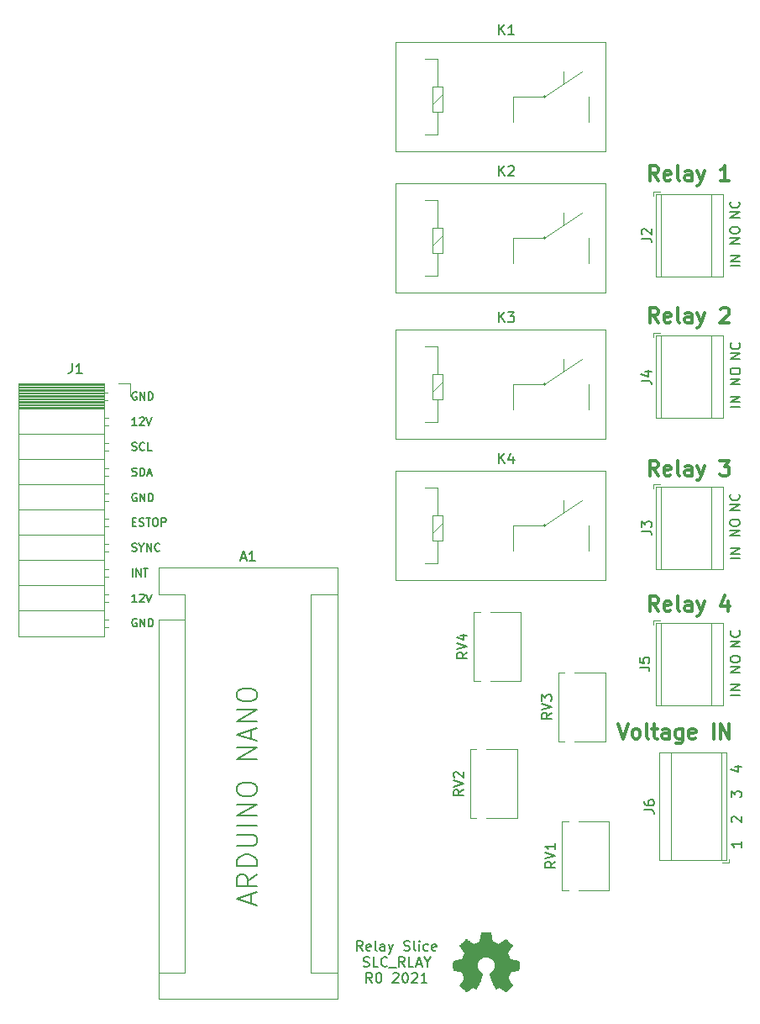
<source format=gbr>
%TF.GenerationSoftware,KiCad,Pcbnew,(6.0.4)*%
%TF.CreationDate,2023-07-24T12:17:23-04:00*%
%TF.ProjectId,BREAD_Slice,42524541-445f-4536-9c69-63652e6b6963,rev?*%
%TF.SameCoordinates,Original*%
%TF.FileFunction,Legend,Top*%
%TF.FilePolarity,Positive*%
%FSLAX46Y46*%
G04 Gerber Fmt 4.6, Leading zero omitted, Abs format (unit mm)*
G04 Created by KiCad (PCBNEW (6.0.4)) date 2023-07-24 12:17:23*
%MOMM*%
%LPD*%
G01*
G04 APERTURE LIST*
%ADD10C,0.150000*%
%ADD11C,0.300000*%
%ADD12C,0.120000*%
%ADD13C,0.010000*%
G04 APERTURE END LIST*
D10*
X192252380Y-106609523D02*
X191252380Y-106609523D01*
X192252380Y-106038095D01*
X191252380Y-106038095D01*
X191252380Y-105371428D02*
X191252380Y-105180952D01*
X191300000Y-105085714D01*
X191395238Y-104990476D01*
X191585714Y-104942857D01*
X191919047Y-104942857D01*
X192109523Y-104990476D01*
X192204761Y-105085714D01*
X192252380Y-105180952D01*
X192252380Y-105371428D01*
X192204761Y-105466666D01*
X192109523Y-105561904D01*
X191919047Y-105609523D01*
X191585714Y-105609523D01*
X191395238Y-105561904D01*
X191300000Y-105466666D01*
X191252380Y-105371428D01*
X130971428Y-91442857D02*
X131238095Y-91442857D01*
X131352380Y-91861904D02*
X130971428Y-91861904D01*
X130971428Y-91061904D01*
X131352380Y-91061904D01*
X131657142Y-91823809D02*
X131771428Y-91861904D01*
X131961904Y-91861904D01*
X132038095Y-91823809D01*
X132076190Y-91785714D01*
X132114285Y-91709523D01*
X132114285Y-91633333D01*
X132076190Y-91557142D01*
X132038095Y-91519047D01*
X131961904Y-91480952D01*
X131809523Y-91442857D01*
X131733333Y-91404761D01*
X131695238Y-91366666D01*
X131657142Y-91290476D01*
X131657142Y-91214285D01*
X131695238Y-91138095D01*
X131733333Y-91100000D01*
X131809523Y-91061904D01*
X131999999Y-91061904D01*
X132114285Y-91100000D01*
X132342857Y-91061904D02*
X132799999Y-91061904D01*
X132571428Y-91861904D02*
X132571428Y-91061904D01*
X133219047Y-91061904D02*
X133371428Y-91061904D01*
X133447619Y-91100000D01*
X133523809Y-91176190D01*
X133561904Y-91328571D01*
X133561904Y-91595238D01*
X133523809Y-91747619D01*
X133447619Y-91823809D01*
X133371428Y-91861904D01*
X133219047Y-91861904D01*
X133142857Y-91823809D01*
X133066666Y-91747619D01*
X133028571Y-91595238D01*
X133028571Y-91328571D01*
X133066666Y-91176190D01*
X133142857Y-91100000D01*
X133219047Y-91061904D01*
X133904761Y-91861904D02*
X133904761Y-91061904D01*
X134209523Y-91061904D01*
X134285714Y-91100000D01*
X134323809Y-91138095D01*
X134361904Y-91214285D01*
X134361904Y-91328571D01*
X134323809Y-91404761D01*
X134285714Y-91442857D01*
X134209523Y-91480952D01*
X133904761Y-91480952D01*
X192252380Y-95123809D02*
X191252380Y-95123809D01*
X192252380Y-94647619D02*
X191252380Y-94647619D01*
X192252380Y-94076190D01*
X191252380Y-94076190D01*
X192252380Y-65673809D02*
X191252380Y-65673809D01*
X192252380Y-65197619D02*
X191252380Y-65197619D01*
X192252380Y-64626190D01*
X191252380Y-64626190D01*
X131390476Y-88600000D02*
X131314285Y-88561904D01*
X131200000Y-88561904D01*
X131085714Y-88600000D01*
X131009523Y-88676190D01*
X130971428Y-88752380D01*
X130933333Y-88904761D01*
X130933333Y-89019047D01*
X130971428Y-89171428D01*
X131009523Y-89247619D01*
X131085714Y-89323809D01*
X131200000Y-89361904D01*
X131276190Y-89361904D01*
X131390476Y-89323809D01*
X131428571Y-89285714D01*
X131428571Y-89019047D01*
X131276190Y-89019047D01*
X131771428Y-89361904D02*
X131771428Y-88561904D01*
X132228571Y-89361904D01*
X132228571Y-88561904D01*
X132609523Y-89361904D02*
X132609523Y-88561904D01*
X132800000Y-88561904D01*
X132914285Y-88600000D01*
X132990476Y-88676190D01*
X133028571Y-88752380D01*
X133066666Y-88904761D01*
X133066666Y-89019047D01*
X133028571Y-89171428D01*
X132990476Y-89247619D01*
X132914285Y-89323809D01*
X132800000Y-89361904D01*
X132609523Y-89361904D01*
X131390476Y-78400000D02*
X131314285Y-78361904D01*
X131200000Y-78361904D01*
X131085714Y-78400000D01*
X131009523Y-78476190D01*
X130971428Y-78552380D01*
X130933333Y-78704761D01*
X130933333Y-78819047D01*
X130971428Y-78971428D01*
X131009523Y-79047619D01*
X131085714Y-79123809D01*
X131200000Y-79161904D01*
X131276190Y-79161904D01*
X131390476Y-79123809D01*
X131428571Y-79085714D01*
X131428571Y-78819047D01*
X131276190Y-78819047D01*
X131771428Y-79161904D02*
X131771428Y-78361904D01*
X132228571Y-79161904D01*
X132228571Y-78361904D01*
X132609523Y-79161904D02*
X132609523Y-78361904D01*
X132800000Y-78361904D01*
X132914285Y-78400000D01*
X132990476Y-78476190D01*
X133028571Y-78552380D01*
X133066666Y-78704761D01*
X133066666Y-78819047D01*
X133028571Y-78971428D01*
X132990476Y-79047619D01*
X132914285Y-79123809D01*
X132800000Y-79161904D01*
X132609523Y-79161904D01*
X192252380Y-77609523D02*
X191252380Y-77609523D01*
X192252380Y-77038095D01*
X191252380Y-77038095D01*
X191252380Y-76371428D02*
X191252380Y-76180952D01*
X191300000Y-76085714D01*
X191395238Y-75990476D01*
X191585714Y-75942857D01*
X191919047Y-75942857D01*
X192109523Y-75990476D01*
X192204761Y-76085714D01*
X192252380Y-76180952D01*
X192252380Y-76371428D01*
X192204761Y-76466666D01*
X192109523Y-76561904D01*
X191919047Y-76609523D01*
X191585714Y-76609523D01*
X191395238Y-76561904D01*
X191300000Y-76466666D01*
X191252380Y-76371428D01*
D11*
X184008857Y-86778571D02*
X183508857Y-86064285D01*
X183151714Y-86778571D02*
X183151714Y-85278571D01*
X183723142Y-85278571D01*
X183866000Y-85350000D01*
X183937428Y-85421428D01*
X184008857Y-85564285D01*
X184008857Y-85778571D01*
X183937428Y-85921428D01*
X183866000Y-85992857D01*
X183723142Y-86064285D01*
X183151714Y-86064285D01*
X185223142Y-86707142D02*
X185080285Y-86778571D01*
X184794571Y-86778571D01*
X184651714Y-86707142D01*
X184580285Y-86564285D01*
X184580285Y-85992857D01*
X184651714Y-85850000D01*
X184794571Y-85778571D01*
X185080285Y-85778571D01*
X185223142Y-85850000D01*
X185294571Y-85992857D01*
X185294571Y-86135714D01*
X184580285Y-86278571D01*
X186151714Y-86778571D02*
X186008857Y-86707142D01*
X185937428Y-86564285D01*
X185937428Y-85278571D01*
X187366000Y-86778571D02*
X187366000Y-85992857D01*
X187294571Y-85850000D01*
X187151714Y-85778571D01*
X186866000Y-85778571D01*
X186723142Y-85850000D01*
X187366000Y-86707142D02*
X187223142Y-86778571D01*
X186866000Y-86778571D01*
X186723142Y-86707142D01*
X186651714Y-86564285D01*
X186651714Y-86421428D01*
X186723142Y-86278571D01*
X186866000Y-86207142D01*
X187223142Y-86207142D01*
X187366000Y-86135714D01*
X187937428Y-85778571D02*
X188294571Y-86778571D01*
X188651714Y-85778571D02*
X188294571Y-86778571D01*
X188151714Y-87135714D01*
X188080285Y-87207142D01*
X187937428Y-87278571D01*
X190223142Y-85278571D02*
X191151714Y-85278571D01*
X190651714Y-85850000D01*
X190866000Y-85850000D01*
X191008857Y-85921428D01*
X191080285Y-85992857D01*
X191151714Y-86135714D01*
X191151714Y-86492857D01*
X191080285Y-86635714D01*
X191008857Y-86707142D01*
X190866000Y-86778571D01*
X190437428Y-86778571D01*
X190294571Y-86707142D01*
X190223142Y-86635714D01*
D10*
X130971428Y-96961904D02*
X130971428Y-96161904D01*
X131352380Y-96961904D02*
X131352380Y-96161904D01*
X131809523Y-96961904D01*
X131809523Y-96161904D01*
X132076190Y-96161904D02*
X132533333Y-96161904D01*
X132304761Y-96961904D02*
X132304761Y-96161904D01*
X192352380Y-123639286D02*
X192352380Y-124210715D01*
X192352380Y-123925001D02*
X191352380Y-123925001D01*
X191495238Y-124020239D01*
X191590476Y-124115477D01*
X191638095Y-124210715D01*
X191352380Y-119178334D02*
X191352380Y-118559286D01*
X191733333Y-118892620D01*
X191733333Y-118749762D01*
X191780952Y-118654524D01*
X191828571Y-118606905D01*
X191923809Y-118559286D01*
X192161904Y-118559286D01*
X192257142Y-118606905D01*
X192304761Y-118654524D01*
X192352380Y-118749762D01*
X192352380Y-119035477D01*
X192304761Y-119130715D01*
X192257142Y-119178334D01*
X130933334Y-84223809D02*
X131047619Y-84261904D01*
X131238095Y-84261904D01*
X131314286Y-84223809D01*
X131352381Y-84185714D01*
X131390476Y-84109523D01*
X131390476Y-84033333D01*
X131352381Y-83957142D01*
X131314286Y-83919047D01*
X131238095Y-83880952D01*
X131085715Y-83842857D01*
X131009524Y-83804761D01*
X130971429Y-83766666D01*
X130933334Y-83690476D01*
X130933334Y-83614285D01*
X130971429Y-83538095D01*
X131009524Y-83500000D01*
X131085715Y-83461904D01*
X131276191Y-83461904D01*
X131390476Y-83500000D01*
X132190476Y-84185714D02*
X132152381Y-84223809D01*
X132038095Y-84261904D01*
X131961905Y-84261904D01*
X131847619Y-84223809D01*
X131771429Y-84147619D01*
X131733334Y-84071428D01*
X131695238Y-83919047D01*
X131695238Y-83804761D01*
X131733334Y-83652380D01*
X131771429Y-83576190D01*
X131847619Y-83500000D01*
X131961905Y-83461904D01*
X132038095Y-83461904D01*
X132152381Y-83500000D01*
X132190476Y-83538095D01*
X132914286Y-84261904D02*
X132533334Y-84261904D01*
X132533334Y-83461904D01*
X131390476Y-99511904D02*
X130933334Y-99511904D01*
X131161905Y-99511904D02*
X131161905Y-98711904D01*
X131085715Y-98826190D01*
X131009524Y-98902380D01*
X130933334Y-98940476D01*
X131695238Y-98788095D02*
X131733334Y-98750000D01*
X131809524Y-98711904D01*
X132000000Y-98711904D01*
X132076191Y-98750000D01*
X132114286Y-98788095D01*
X132152381Y-98864285D01*
X132152381Y-98940476D01*
X132114286Y-99054761D01*
X131657143Y-99511904D01*
X132152381Y-99511904D01*
X132380953Y-98711904D02*
X132647619Y-99511904D01*
X132914286Y-98711904D01*
D11*
X184008857Y-57078571D02*
X183508857Y-56364285D01*
X183151714Y-57078571D02*
X183151714Y-55578571D01*
X183723142Y-55578571D01*
X183866000Y-55650000D01*
X183937428Y-55721428D01*
X184008857Y-55864285D01*
X184008857Y-56078571D01*
X183937428Y-56221428D01*
X183866000Y-56292857D01*
X183723142Y-56364285D01*
X183151714Y-56364285D01*
X185223142Y-57007142D02*
X185080285Y-57078571D01*
X184794571Y-57078571D01*
X184651714Y-57007142D01*
X184580285Y-56864285D01*
X184580285Y-56292857D01*
X184651714Y-56150000D01*
X184794571Y-56078571D01*
X185080285Y-56078571D01*
X185223142Y-56150000D01*
X185294571Y-56292857D01*
X185294571Y-56435714D01*
X184580285Y-56578571D01*
X186151714Y-57078571D02*
X186008857Y-57007142D01*
X185937428Y-56864285D01*
X185937428Y-55578571D01*
X187366000Y-57078571D02*
X187366000Y-56292857D01*
X187294571Y-56150000D01*
X187151714Y-56078571D01*
X186866000Y-56078571D01*
X186723142Y-56150000D01*
X187366000Y-57007142D02*
X187223142Y-57078571D01*
X186866000Y-57078571D01*
X186723142Y-57007142D01*
X186651714Y-56864285D01*
X186651714Y-56721428D01*
X186723142Y-56578571D01*
X186866000Y-56507142D01*
X187223142Y-56507142D01*
X187366000Y-56435714D01*
X187937428Y-56078571D02*
X188294571Y-57078571D01*
X188651714Y-56078571D02*
X188294571Y-57078571D01*
X188151714Y-57435714D01*
X188080285Y-57507142D01*
X187937428Y-57578571D01*
X191151714Y-57078571D02*
X190294571Y-57078571D01*
X190723142Y-57078571D02*
X190723142Y-55578571D01*
X190580285Y-55792857D01*
X190437428Y-55935714D01*
X190294571Y-56007142D01*
D10*
X192202380Y-60835714D02*
X191202380Y-60835714D01*
X192202380Y-60264285D01*
X191202380Y-60264285D01*
X192107142Y-59216666D02*
X192154761Y-59264285D01*
X192202380Y-59407142D01*
X192202380Y-59502380D01*
X192154761Y-59645238D01*
X192059523Y-59740476D01*
X191964285Y-59788095D01*
X191773809Y-59835714D01*
X191630952Y-59835714D01*
X191440476Y-59788095D01*
X191345238Y-59740476D01*
X191250000Y-59645238D01*
X191202380Y-59502380D01*
X191202380Y-59407142D01*
X191250000Y-59264285D01*
X191297619Y-59216666D01*
X154171427Y-134642380D02*
X153838094Y-134166190D01*
X153599999Y-134642380D02*
X153599999Y-133642380D01*
X153980951Y-133642380D01*
X154076189Y-133690000D01*
X154123808Y-133737619D01*
X154171427Y-133832857D01*
X154171427Y-133975714D01*
X154123808Y-134070952D01*
X154076189Y-134118571D01*
X153980951Y-134166190D01*
X153599999Y-134166190D01*
X154980951Y-134594761D02*
X154885713Y-134642380D01*
X154695237Y-134642380D01*
X154599999Y-134594761D01*
X154552379Y-134499523D01*
X154552379Y-134118571D01*
X154599999Y-134023333D01*
X154695237Y-133975714D01*
X154885713Y-133975714D01*
X154980951Y-134023333D01*
X155028570Y-134118571D01*
X155028570Y-134213809D01*
X154552379Y-134309047D01*
X155599999Y-134642380D02*
X155504760Y-134594761D01*
X155457141Y-134499523D01*
X155457141Y-133642380D01*
X156409522Y-134642380D02*
X156409522Y-134118571D01*
X156361903Y-134023333D01*
X156266665Y-133975714D01*
X156076189Y-133975714D01*
X155980951Y-134023333D01*
X156409522Y-134594761D02*
X156314284Y-134642380D01*
X156076189Y-134642380D01*
X155980951Y-134594761D01*
X155933332Y-134499523D01*
X155933332Y-134404285D01*
X155980951Y-134309047D01*
X156076189Y-134261428D01*
X156314284Y-134261428D01*
X156409522Y-134213809D01*
X156790475Y-133975714D02*
X157028570Y-134642380D01*
X157266665Y-133975714D02*
X157028570Y-134642380D01*
X156933332Y-134880476D01*
X156885713Y-134928095D01*
X156790475Y-134975714D01*
X158361903Y-134594761D02*
X158504760Y-134642380D01*
X158742856Y-134642380D01*
X158838094Y-134594761D01*
X158885713Y-134547142D01*
X158933332Y-134451904D01*
X158933332Y-134356666D01*
X158885713Y-134261428D01*
X158838094Y-134213809D01*
X158742856Y-134166190D01*
X158552379Y-134118571D01*
X158457141Y-134070952D01*
X158409522Y-134023333D01*
X158361903Y-133928095D01*
X158361903Y-133832857D01*
X158409522Y-133737619D01*
X158457141Y-133690000D01*
X158552379Y-133642380D01*
X158790475Y-133642380D01*
X158933332Y-133690000D01*
X159504760Y-134642380D02*
X159409522Y-134594761D01*
X159361903Y-134499523D01*
X159361903Y-133642380D01*
X159885713Y-134642380D02*
X159885713Y-133975714D01*
X159885713Y-133642380D02*
X159838094Y-133690000D01*
X159885713Y-133737619D01*
X159933332Y-133690000D01*
X159885713Y-133642380D01*
X159885713Y-133737619D01*
X160790475Y-134594761D02*
X160695237Y-134642380D01*
X160504760Y-134642380D01*
X160409522Y-134594761D01*
X160361903Y-134547142D01*
X160314284Y-134451904D01*
X160314284Y-134166190D01*
X160361903Y-134070952D01*
X160409522Y-134023333D01*
X160504760Y-133975714D01*
X160695237Y-133975714D01*
X160790475Y-134023333D01*
X161599999Y-134594761D02*
X161504760Y-134642380D01*
X161314284Y-134642380D01*
X161219046Y-134594761D01*
X161171427Y-134499523D01*
X161171427Y-134118571D01*
X161219046Y-134023333D01*
X161314284Y-133975714D01*
X161504760Y-133975714D01*
X161599999Y-134023333D01*
X161647618Y-134118571D01*
X161647618Y-134213809D01*
X161171427Y-134309047D01*
X154266665Y-136204761D02*
X154409522Y-136252380D01*
X154647618Y-136252380D01*
X154742856Y-136204761D01*
X154790475Y-136157142D01*
X154838094Y-136061904D01*
X154838094Y-135966666D01*
X154790475Y-135871428D01*
X154742856Y-135823809D01*
X154647618Y-135776190D01*
X154457141Y-135728571D01*
X154361903Y-135680952D01*
X154314284Y-135633333D01*
X154266665Y-135538095D01*
X154266665Y-135442857D01*
X154314284Y-135347619D01*
X154361903Y-135300000D01*
X154457141Y-135252380D01*
X154695237Y-135252380D01*
X154838094Y-135300000D01*
X155742856Y-136252380D02*
X155266665Y-136252380D01*
X155266665Y-135252380D01*
X156647618Y-136157142D02*
X156599999Y-136204761D01*
X156457141Y-136252380D01*
X156361903Y-136252380D01*
X156219046Y-136204761D01*
X156123808Y-136109523D01*
X156076189Y-136014285D01*
X156028570Y-135823809D01*
X156028570Y-135680952D01*
X156076189Y-135490476D01*
X156123808Y-135395238D01*
X156219046Y-135300000D01*
X156361903Y-135252380D01*
X156457141Y-135252380D01*
X156599999Y-135300000D01*
X156647618Y-135347619D01*
X156838094Y-136347619D02*
X157599999Y-136347619D01*
X158409522Y-136252380D02*
X158076189Y-135776190D01*
X157838094Y-136252380D02*
X157838094Y-135252380D01*
X158219046Y-135252380D01*
X158314284Y-135300000D01*
X158361903Y-135347619D01*
X158409522Y-135442857D01*
X158409522Y-135585714D01*
X158361903Y-135680952D01*
X158314284Y-135728571D01*
X158219046Y-135776190D01*
X157838094Y-135776190D01*
X159314284Y-136252380D02*
X158838094Y-136252380D01*
X158838094Y-135252380D01*
X159599999Y-135966666D02*
X160076189Y-135966666D01*
X159504760Y-136252380D02*
X159838094Y-135252380D01*
X160171427Y-136252380D01*
X160695237Y-135776190D02*
X160695237Y-136252380D01*
X160361903Y-135252380D02*
X160695237Y-135776190D01*
X161028570Y-135252380D01*
X155147618Y-137862380D02*
X154814284Y-137386190D01*
X154576189Y-137862380D02*
X154576189Y-136862380D01*
X154957141Y-136862380D01*
X155052379Y-136910000D01*
X155099999Y-136957619D01*
X155147618Y-137052857D01*
X155147618Y-137195714D01*
X155099999Y-137290952D01*
X155052379Y-137338571D01*
X154957141Y-137386190D01*
X154576189Y-137386190D01*
X155766665Y-136862380D02*
X155861903Y-136862380D01*
X155957141Y-136910000D01*
X156004760Y-136957619D01*
X156052379Y-137052857D01*
X156099999Y-137243333D01*
X156099999Y-137481428D01*
X156052379Y-137671904D01*
X156004760Y-137767142D01*
X155957141Y-137814761D01*
X155861903Y-137862380D01*
X155766665Y-137862380D01*
X155671427Y-137814761D01*
X155623808Y-137767142D01*
X155576189Y-137671904D01*
X155528570Y-137481428D01*
X155528570Y-137243333D01*
X155576189Y-137052857D01*
X155623808Y-136957619D01*
X155671427Y-136910000D01*
X155766665Y-136862380D01*
X157242856Y-136957619D02*
X157290475Y-136910000D01*
X157385713Y-136862380D01*
X157623808Y-136862380D01*
X157719046Y-136910000D01*
X157766665Y-136957619D01*
X157814284Y-137052857D01*
X157814284Y-137148095D01*
X157766665Y-137290952D01*
X157195237Y-137862380D01*
X157814284Y-137862380D01*
X158433332Y-136862380D02*
X158528570Y-136862380D01*
X158623808Y-136910000D01*
X158671427Y-136957619D01*
X158719046Y-137052857D01*
X158766665Y-137243333D01*
X158766665Y-137481428D01*
X158719046Y-137671904D01*
X158671427Y-137767142D01*
X158623808Y-137814761D01*
X158528570Y-137862380D01*
X158433332Y-137862380D01*
X158338094Y-137814761D01*
X158290475Y-137767142D01*
X158242856Y-137671904D01*
X158195237Y-137481428D01*
X158195237Y-137243333D01*
X158242856Y-137052857D01*
X158290475Y-136957619D01*
X158338094Y-136910000D01*
X158433332Y-136862380D01*
X159147618Y-136957619D02*
X159195237Y-136910000D01*
X159290475Y-136862380D01*
X159528570Y-136862380D01*
X159623808Y-136910000D01*
X159671427Y-136957619D01*
X159719046Y-137052857D01*
X159719046Y-137148095D01*
X159671427Y-137290952D01*
X159099999Y-137862380D01*
X159719046Y-137862380D01*
X160671427Y-137862380D02*
X160099999Y-137862380D01*
X160385713Y-137862380D02*
X160385713Y-136862380D01*
X160290475Y-137005238D01*
X160195237Y-137100476D01*
X160099999Y-137148095D01*
X192252380Y-104035714D02*
X191252380Y-104035714D01*
X192252380Y-103464285D01*
X191252380Y-103464285D01*
X192157142Y-102416666D02*
X192204761Y-102464285D01*
X192252380Y-102607142D01*
X192252380Y-102702380D01*
X192204761Y-102845238D01*
X192109523Y-102940476D01*
X192014285Y-102988095D01*
X191823809Y-103035714D01*
X191680952Y-103035714D01*
X191490476Y-102988095D01*
X191395238Y-102940476D01*
X191300000Y-102845238D01*
X191252380Y-102702380D01*
X191252380Y-102607142D01*
X191300000Y-102464285D01*
X191347619Y-102416666D01*
X192202380Y-92859523D02*
X191202380Y-92859523D01*
X192202380Y-92288095D01*
X191202380Y-92288095D01*
X191202380Y-91621428D02*
X191202380Y-91430952D01*
X191250000Y-91335714D01*
X191345238Y-91240476D01*
X191535714Y-91192857D01*
X191869047Y-91192857D01*
X192059523Y-91240476D01*
X192154761Y-91335714D01*
X192202380Y-91430952D01*
X192202380Y-91621428D01*
X192154761Y-91716666D01*
X192059523Y-91811904D01*
X191869047Y-91859523D01*
X191535714Y-91859523D01*
X191345238Y-91811904D01*
X191250000Y-91716666D01*
X191202380Y-91621428D01*
X191685714Y-116114524D02*
X192352380Y-116114524D01*
X191304761Y-116352620D02*
X192019047Y-116590715D01*
X192019047Y-115971667D01*
D11*
X184008857Y-100428571D02*
X183508857Y-99714285D01*
X183151714Y-100428571D02*
X183151714Y-98928571D01*
X183723142Y-98928571D01*
X183866000Y-99000000D01*
X183937428Y-99071428D01*
X184008857Y-99214285D01*
X184008857Y-99428571D01*
X183937428Y-99571428D01*
X183866000Y-99642857D01*
X183723142Y-99714285D01*
X183151714Y-99714285D01*
X185223142Y-100357142D02*
X185080285Y-100428571D01*
X184794571Y-100428571D01*
X184651714Y-100357142D01*
X184580285Y-100214285D01*
X184580285Y-99642857D01*
X184651714Y-99500000D01*
X184794571Y-99428571D01*
X185080285Y-99428571D01*
X185223142Y-99500000D01*
X185294571Y-99642857D01*
X185294571Y-99785714D01*
X184580285Y-99928571D01*
X186151714Y-100428571D02*
X186008857Y-100357142D01*
X185937428Y-100214285D01*
X185937428Y-98928571D01*
X187366000Y-100428571D02*
X187366000Y-99642857D01*
X187294571Y-99500000D01*
X187151714Y-99428571D01*
X186866000Y-99428571D01*
X186723142Y-99500000D01*
X187366000Y-100357142D02*
X187223142Y-100428571D01*
X186866000Y-100428571D01*
X186723142Y-100357142D01*
X186651714Y-100214285D01*
X186651714Y-100071428D01*
X186723142Y-99928571D01*
X186866000Y-99857142D01*
X187223142Y-99857142D01*
X187366000Y-99785714D01*
X187937428Y-99428571D02*
X188294571Y-100428571D01*
X188651714Y-99428571D02*
X188294571Y-100428571D01*
X188151714Y-100785714D01*
X188080285Y-100857142D01*
X187937428Y-100928571D01*
X191008857Y-99428571D02*
X191008857Y-100428571D01*
X190651714Y-98857142D02*
X190294571Y-99928571D01*
X191223142Y-99928571D01*
D10*
X142943333Y-129907142D02*
X142943333Y-128954761D01*
X143514761Y-130097619D02*
X141514761Y-129430952D01*
X143514761Y-128764285D01*
X143514761Y-126954761D02*
X142562380Y-127621428D01*
X143514761Y-128097619D02*
X141514761Y-128097619D01*
X141514761Y-127335714D01*
X141610000Y-127145238D01*
X141705238Y-127050000D01*
X141895714Y-126954761D01*
X142181428Y-126954761D01*
X142371904Y-127050000D01*
X142467142Y-127145238D01*
X142562380Y-127335714D01*
X142562380Y-128097619D01*
X143514761Y-126097619D02*
X141514761Y-126097619D01*
X141514761Y-125621428D01*
X141610000Y-125335714D01*
X141800476Y-125145238D01*
X141990952Y-125050000D01*
X142371904Y-124954761D01*
X142657619Y-124954761D01*
X143038571Y-125050000D01*
X143229047Y-125145238D01*
X143419523Y-125335714D01*
X143514761Y-125621428D01*
X143514761Y-126097619D01*
X141514761Y-124097619D02*
X143133809Y-124097619D01*
X143324285Y-124002380D01*
X143419523Y-123907142D01*
X143514761Y-123716666D01*
X143514761Y-123335714D01*
X143419523Y-123145238D01*
X143324285Y-123050000D01*
X143133809Y-122954761D01*
X141514761Y-122954761D01*
X143514761Y-122002380D02*
X141514761Y-122002380D01*
X143514761Y-121050000D02*
X141514761Y-121050000D01*
X143514761Y-119907142D01*
X141514761Y-119907142D01*
X141514761Y-118573809D02*
X141514761Y-118192857D01*
X141610000Y-118002380D01*
X141800476Y-117811904D01*
X142181428Y-117716666D01*
X142848095Y-117716666D01*
X143229047Y-117811904D01*
X143419523Y-118002380D01*
X143514761Y-118192857D01*
X143514761Y-118573809D01*
X143419523Y-118764285D01*
X143229047Y-118954761D01*
X142848095Y-119050000D01*
X142181428Y-119050000D01*
X141800476Y-118954761D01*
X141610000Y-118764285D01*
X141514761Y-118573809D01*
X143514761Y-115335714D02*
X141514761Y-115335714D01*
X143514761Y-114192857D01*
X141514761Y-114192857D01*
X142943333Y-113335714D02*
X142943333Y-112383333D01*
X143514761Y-113526190D02*
X141514761Y-112859523D01*
X143514761Y-112192857D01*
X143514761Y-111526190D02*
X141514761Y-111526190D01*
X143514761Y-110383333D01*
X141514761Y-110383333D01*
X141514761Y-109050000D02*
X141514761Y-108669047D01*
X141610000Y-108478571D01*
X141800476Y-108288095D01*
X142181428Y-108192857D01*
X142848095Y-108192857D01*
X143229047Y-108288095D01*
X143419523Y-108478571D01*
X143514761Y-108669047D01*
X143514761Y-109050000D01*
X143419523Y-109240476D01*
X143229047Y-109430952D01*
X142848095Y-109526190D01*
X142181428Y-109526190D01*
X141800476Y-109430952D01*
X141610000Y-109240476D01*
X141514761Y-109050000D01*
X192202380Y-90285714D02*
X191202380Y-90285714D01*
X192202380Y-89714285D01*
X191202380Y-89714285D01*
X192107142Y-88666666D02*
X192154761Y-88714285D01*
X192202380Y-88857142D01*
X192202380Y-88952380D01*
X192154761Y-89095238D01*
X192059523Y-89190476D01*
X191964285Y-89238095D01*
X191773809Y-89285714D01*
X191630952Y-89285714D01*
X191440476Y-89238095D01*
X191345238Y-89190476D01*
X191250000Y-89095238D01*
X191202380Y-88952380D01*
X191202380Y-88857142D01*
X191250000Y-88714285D01*
X191297619Y-88666666D01*
D11*
X184008857Y-71378571D02*
X183508857Y-70664285D01*
X183151714Y-71378571D02*
X183151714Y-69878571D01*
X183723142Y-69878571D01*
X183866000Y-69950000D01*
X183937428Y-70021428D01*
X184008857Y-70164285D01*
X184008857Y-70378571D01*
X183937428Y-70521428D01*
X183866000Y-70592857D01*
X183723142Y-70664285D01*
X183151714Y-70664285D01*
X185223142Y-71307142D02*
X185080285Y-71378571D01*
X184794571Y-71378571D01*
X184651714Y-71307142D01*
X184580285Y-71164285D01*
X184580285Y-70592857D01*
X184651714Y-70450000D01*
X184794571Y-70378571D01*
X185080285Y-70378571D01*
X185223142Y-70450000D01*
X185294571Y-70592857D01*
X185294571Y-70735714D01*
X184580285Y-70878571D01*
X186151714Y-71378571D02*
X186008857Y-71307142D01*
X185937428Y-71164285D01*
X185937428Y-69878571D01*
X187366000Y-71378571D02*
X187366000Y-70592857D01*
X187294571Y-70450000D01*
X187151714Y-70378571D01*
X186866000Y-70378571D01*
X186723142Y-70450000D01*
X187366000Y-71307142D02*
X187223142Y-71378571D01*
X186866000Y-71378571D01*
X186723142Y-71307142D01*
X186651714Y-71164285D01*
X186651714Y-71021428D01*
X186723142Y-70878571D01*
X186866000Y-70807142D01*
X187223142Y-70807142D01*
X187366000Y-70735714D01*
X187937428Y-70378571D02*
X188294571Y-71378571D01*
X188651714Y-70378571D02*
X188294571Y-71378571D01*
X188151714Y-71735714D01*
X188080285Y-71807142D01*
X187937428Y-71878571D01*
X190294571Y-70021428D02*
X190366000Y-69950000D01*
X190508857Y-69878571D01*
X190866000Y-69878571D01*
X191008857Y-69950000D01*
X191080285Y-70021428D01*
X191151714Y-70164285D01*
X191151714Y-70307142D01*
X191080285Y-70521428D01*
X190223142Y-71378571D01*
X191151714Y-71378571D01*
D10*
X192252380Y-79873809D02*
X191252380Y-79873809D01*
X192252380Y-79397619D02*
X191252380Y-79397619D01*
X192252380Y-78826190D01*
X191252380Y-78826190D01*
X130933333Y-86773809D02*
X131047619Y-86811904D01*
X131238095Y-86811904D01*
X131314285Y-86773809D01*
X131352381Y-86735714D01*
X131390476Y-86659523D01*
X131390476Y-86583333D01*
X131352381Y-86507142D01*
X131314285Y-86469047D01*
X131238095Y-86430952D01*
X131085714Y-86392857D01*
X131009523Y-86354761D01*
X130971428Y-86316666D01*
X130933333Y-86240476D01*
X130933333Y-86164285D01*
X130971428Y-86088095D01*
X131009523Y-86050000D01*
X131085714Y-86011904D01*
X131276190Y-86011904D01*
X131390476Y-86050000D01*
X131733333Y-86811904D02*
X131733333Y-86011904D01*
X131923809Y-86011904D01*
X132038095Y-86050000D01*
X132114285Y-86126190D01*
X132152381Y-86202380D01*
X132190476Y-86354761D01*
X132190476Y-86469047D01*
X132152381Y-86621428D01*
X132114285Y-86697619D01*
X132038095Y-86773809D01*
X131923809Y-86811904D01*
X131733333Y-86811904D01*
X132495238Y-86583333D02*
X132876190Y-86583333D01*
X132419047Y-86811904D02*
X132685714Y-86011904D01*
X132952381Y-86811904D01*
X192252380Y-108873809D02*
X191252380Y-108873809D01*
X192252380Y-108397619D02*
X191252380Y-108397619D01*
X192252380Y-107826190D01*
X191252380Y-107826190D01*
X131390476Y-101250000D02*
X131314285Y-101211904D01*
X131200000Y-101211904D01*
X131085714Y-101250000D01*
X131009523Y-101326190D01*
X130971428Y-101402380D01*
X130933333Y-101554761D01*
X130933333Y-101669047D01*
X130971428Y-101821428D01*
X131009523Y-101897619D01*
X131085714Y-101973809D01*
X131200000Y-102011904D01*
X131276190Y-102011904D01*
X131390476Y-101973809D01*
X131428571Y-101935714D01*
X131428571Y-101669047D01*
X131276190Y-101669047D01*
X131771428Y-102011904D02*
X131771428Y-101211904D01*
X132228571Y-102011904D01*
X132228571Y-101211904D01*
X132609523Y-102011904D02*
X132609523Y-101211904D01*
X132800000Y-101211904D01*
X132914285Y-101250000D01*
X132990476Y-101326190D01*
X133028571Y-101402380D01*
X133066666Y-101554761D01*
X133066666Y-101669047D01*
X133028571Y-101821428D01*
X132990476Y-101897619D01*
X132914285Y-101973809D01*
X132800000Y-102011904D01*
X132609523Y-102011904D01*
X131390476Y-81711904D02*
X130933334Y-81711904D01*
X131161905Y-81711904D02*
X131161905Y-80911904D01*
X131085715Y-81026190D01*
X131009524Y-81102380D01*
X130933334Y-81140476D01*
X131695238Y-80988095D02*
X131733334Y-80950000D01*
X131809524Y-80911904D01*
X132000000Y-80911904D01*
X132076191Y-80950000D01*
X132114286Y-80988095D01*
X132152381Y-81064285D01*
X132152381Y-81140476D01*
X132114286Y-81254761D01*
X131657143Y-81711904D01*
X132152381Y-81711904D01*
X132380953Y-80911904D02*
X132647619Y-81711904D01*
X132914286Y-80911904D01*
X130933333Y-94373809D02*
X131047619Y-94411904D01*
X131238095Y-94411904D01*
X131314286Y-94373809D01*
X131352381Y-94335714D01*
X131390476Y-94259523D01*
X131390476Y-94183333D01*
X131352381Y-94107142D01*
X131314286Y-94069047D01*
X131238095Y-94030952D01*
X131085714Y-93992857D01*
X131009524Y-93954761D01*
X130971429Y-93916666D01*
X130933333Y-93840476D01*
X130933333Y-93764285D01*
X130971429Y-93688095D01*
X131009524Y-93650000D01*
X131085714Y-93611904D01*
X131276190Y-93611904D01*
X131390476Y-93650000D01*
X131885714Y-94030952D02*
X131885714Y-94411904D01*
X131619048Y-93611904D02*
X131885714Y-94030952D01*
X132152381Y-93611904D01*
X132419048Y-94411904D02*
X132419048Y-93611904D01*
X132876190Y-94411904D01*
X132876190Y-93611904D01*
X133714286Y-94335714D02*
X133676190Y-94373809D01*
X133561905Y-94411904D01*
X133485714Y-94411904D01*
X133371429Y-94373809D01*
X133295238Y-94297619D01*
X133257143Y-94221428D01*
X133219048Y-94069047D01*
X133219048Y-93954761D01*
X133257143Y-93802380D01*
X133295238Y-93726190D01*
X133371429Y-93650000D01*
X133485714Y-93611904D01*
X133561905Y-93611904D01*
X133676190Y-93650000D01*
X133714286Y-93688095D01*
X192202380Y-63409523D02*
X191202380Y-63409523D01*
X192202380Y-62838095D01*
X191202380Y-62838095D01*
X191202380Y-62171428D02*
X191202380Y-61980952D01*
X191250000Y-61885714D01*
X191345238Y-61790476D01*
X191535714Y-61742857D01*
X191869047Y-61742857D01*
X192059523Y-61790476D01*
X192154761Y-61885714D01*
X192202380Y-61980952D01*
X192202380Y-62171428D01*
X192154761Y-62266666D01*
X192059523Y-62361904D01*
X191869047Y-62409523D01*
X191535714Y-62409523D01*
X191345238Y-62361904D01*
X191250000Y-62266666D01*
X191202380Y-62171428D01*
X191447619Y-121670715D02*
X191400000Y-121623096D01*
X191352380Y-121527858D01*
X191352380Y-121289762D01*
X191400000Y-121194524D01*
X191447619Y-121146905D01*
X191542857Y-121099286D01*
X191638095Y-121099286D01*
X191780952Y-121146905D01*
X192352380Y-121718334D01*
X192352380Y-121099286D01*
X192252380Y-75035714D02*
X191252380Y-75035714D01*
X192252380Y-74464285D01*
X191252380Y-74464285D01*
X192157142Y-73416666D02*
X192204761Y-73464285D01*
X192252380Y-73607142D01*
X192252380Y-73702380D01*
X192204761Y-73845238D01*
X192109523Y-73940476D01*
X192014285Y-73988095D01*
X191823809Y-74035714D01*
X191680952Y-74035714D01*
X191490476Y-73988095D01*
X191395238Y-73940476D01*
X191300000Y-73845238D01*
X191252380Y-73702380D01*
X191252380Y-73607142D01*
X191300000Y-73464285D01*
X191347619Y-73416666D01*
D11*
X179935714Y-111778571D02*
X180435714Y-113278571D01*
X180935714Y-111778571D01*
X181650000Y-113278571D02*
X181507142Y-113207142D01*
X181435714Y-113135714D01*
X181364285Y-112992857D01*
X181364285Y-112564285D01*
X181435714Y-112421428D01*
X181507142Y-112350000D01*
X181650000Y-112278571D01*
X181864285Y-112278571D01*
X182007142Y-112350000D01*
X182078571Y-112421428D01*
X182150000Y-112564285D01*
X182150000Y-112992857D01*
X182078571Y-113135714D01*
X182007142Y-113207142D01*
X181864285Y-113278571D01*
X181650000Y-113278571D01*
X183007142Y-113278571D02*
X182864285Y-113207142D01*
X182792857Y-113064285D01*
X182792857Y-111778571D01*
X183364285Y-112278571D02*
X183935714Y-112278571D01*
X183578571Y-111778571D02*
X183578571Y-113064285D01*
X183650000Y-113207142D01*
X183792857Y-113278571D01*
X183935714Y-113278571D01*
X185078571Y-113278571D02*
X185078571Y-112492857D01*
X185007142Y-112350000D01*
X184864285Y-112278571D01*
X184578571Y-112278571D01*
X184435714Y-112350000D01*
X185078571Y-113207142D02*
X184935714Y-113278571D01*
X184578571Y-113278571D01*
X184435714Y-113207142D01*
X184364285Y-113064285D01*
X184364285Y-112921428D01*
X184435714Y-112778571D01*
X184578571Y-112707142D01*
X184935714Y-112707142D01*
X185078571Y-112635714D01*
X186435714Y-112278571D02*
X186435714Y-113492857D01*
X186364285Y-113635714D01*
X186292857Y-113707142D01*
X186150000Y-113778571D01*
X185935714Y-113778571D01*
X185792857Y-113707142D01*
X186435714Y-113207142D02*
X186292857Y-113278571D01*
X186007142Y-113278571D01*
X185864285Y-113207142D01*
X185792857Y-113135714D01*
X185721428Y-112992857D01*
X185721428Y-112564285D01*
X185792857Y-112421428D01*
X185864285Y-112350000D01*
X186007142Y-112278571D01*
X186292857Y-112278571D01*
X186435714Y-112350000D01*
X187721428Y-113207142D02*
X187578571Y-113278571D01*
X187292857Y-113278571D01*
X187150000Y-113207142D01*
X187078571Y-113064285D01*
X187078571Y-112492857D01*
X187150000Y-112350000D01*
X187292857Y-112278571D01*
X187578571Y-112278571D01*
X187721428Y-112350000D01*
X187792857Y-112492857D01*
X187792857Y-112635714D01*
X187078571Y-112778571D01*
X189578571Y-113278571D02*
X189578571Y-111778571D01*
X190292857Y-113278571D02*
X190292857Y-111778571D01*
X191150000Y-113278571D01*
X191150000Y-111778571D01*
D10*
%TO.C,A1*%
X141905714Y-95086666D02*
X142381904Y-95086666D01*
X141810476Y-95372380D02*
X142143809Y-94372380D01*
X142477142Y-95372380D01*
X143334285Y-95372380D02*
X142762857Y-95372380D01*
X143048571Y-95372380D02*
X143048571Y-94372380D01*
X142953333Y-94515238D01*
X142858095Y-94610476D01*
X142762857Y-94658095D01*
%TO.C,J1*%
X124886666Y-75482380D02*
X124886666Y-76196666D01*
X124839047Y-76339523D01*
X124743809Y-76434761D01*
X124600952Y-76482380D01*
X124505714Y-76482380D01*
X125886666Y-76482380D02*
X125315238Y-76482380D01*
X125600952Y-76482380D02*
X125600952Y-75482380D01*
X125505714Y-75625238D01*
X125410476Y-75720476D01*
X125315238Y-75768095D01*
%TO.C,J2*%
X182294380Y-62917333D02*
X183008666Y-62917333D01*
X183151523Y-62964952D01*
X183246761Y-63060190D01*
X183294380Y-63203047D01*
X183294380Y-63298285D01*
X182389619Y-62488761D02*
X182342000Y-62441142D01*
X182294380Y-62345904D01*
X182294380Y-62107809D01*
X182342000Y-62012571D01*
X182389619Y-61964952D01*
X182484857Y-61917333D01*
X182580095Y-61917333D01*
X182722952Y-61964952D01*
X183294380Y-62536380D01*
X183294380Y-61917333D01*
%TO.C,J3*%
X182302380Y-92381333D02*
X183016666Y-92381333D01*
X183159523Y-92428952D01*
X183254761Y-92524190D01*
X183302380Y-92667047D01*
X183302380Y-92762285D01*
X182302380Y-92000380D02*
X182302380Y-91381333D01*
X182683333Y-91714666D01*
X182683333Y-91571809D01*
X182730952Y-91476571D01*
X182778571Y-91428952D01*
X182873809Y-91381333D01*
X183111904Y-91381333D01*
X183207142Y-91428952D01*
X183254761Y-91476571D01*
X183302380Y-91571809D01*
X183302380Y-91857523D01*
X183254761Y-91952761D01*
X183207142Y-92000380D01*
%TO.C,J4*%
X182302380Y-77233333D02*
X183016666Y-77233333D01*
X183159523Y-77280952D01*
X183254761Y-77376190D01*
X183302380Y-77519047D01*
X183302380Y-77614285D01*
X182635714Y-76328571D02*
X183302380Y-76328571D01*
X182254761Y-76566666D02*
X182969047Y-76804761D01*
X182969047Y-76185714D01*
%TO.C,J5*%
X182102380Y-106083333D02*
X182816666Y-106083333D01*
X182959523Y-106130952D01*
X183054761Y-106226190D01*
X183102380Y-106369047D01*
X183102380Y-106464285D01*
X182102380Y-105130952D02*
X182102380Y-105607142D01*
X182578571Y-105654761D01*
X182530952Y-105607142D01*
X182483333Y-105511904D01*
X182483333Y-105273809D01*
X182530952Y-105178571D01*
X182578571Y-105130952D01*
X182673809Y-105083333D01*
X182911904Y-105083333D01*
X183007142Y-105130952D01*
X183054761Y-105178571D01*
X183102380Y-105273809D01*
X183102380Y-105511904D01*
X183054761Y-105607142D01*
X183007142Y-105654761D01*
%TO.C,J6*%
X182579380Y-120448333D02*
X183293666Y-120448333D01*
X183436523Y-120495952D01*
X183531761Y-120591190D01*
X183579380Y-120734047D01*
X183579380Y-120829285D01*
X182579380Y-119543571D02*
X182579380Y-119734047D01*
X182627000Y-119829285D01*
X182674619Y-119876904D01*
X182817476Y-119972142D01*
X183007952Y-120019761D01*
X183388904Y-120019761D01*
X183484142Y-119972142D01*
X183531761Y-119924523D01*
X183579380Y-119829285D01*
X183579380Y-119638809D01*
X183531761Y-119543571D01*
X183484142Y-119495952D01*
X183388904Y-119448333D01*
X183150809Y-119448333D01*
X183055571Y-119495952D01*
X183007952Y-119543571D01*
X182960333Y-119638809D01*
X182960333Y-119829285D01*
X183007952Y-119924523D01*
X183055571Y-119972142D01*
X183150809Y-120019761D01*
%TO.C,K1*%
X167937904Y-42376380D02*
X167937904Y-41376380D01*
X168509333Y-42376380D02*
X168080761Y-41804952D01*
X168509333Y-41376380D02*
X167937904Y-41947809D01*
X169461714Y-42376380D02*
X168890285Y-42376380D01*
X169176000Y-42376380D02*
X169176000Y-41376380D01*
X169080761Y-41519238D01*
X168985523Y-41614476D01*
X168890285Y-41662095D01*
%TO.C,K2*%
X167937904Y-56600380D02*
X167937904Y-55600380D01*
X168509333Y-56600380D02*
X168080761Y-56028952D01*
X168509333Y-55600380D02*
X167937904Y-56171809D01*
X168890285Y-55695619D02*
X168937904Y-55648000D01*
X169033142Y-55600380D01*
X169271238Y-55600380D01*
X169366476Y-55648000D01*
X169414095Y-55695619D01*
X169461714Y-55790857D01*
X169461714Y-55886095D01*
X169414095Y-56028952D01*
X168842666Y-56600380D01*
X169461714Y-56600380D01*
%TO.C,K3*%
X167937904Y-71332380D02*
X167937904Y-70332380D01*
X168509333Y-71332380D02*
X168080761Y-70760952D01*
X168509333Y-70332380D02*
X167937904Y-70903809D01*
X168842666Y-70332380D02*
X169461714Y-70332380D01*
X169128380Y-70713333D01*
X169271238Y-70713333D01*
X169366476Y-70760952D01*
X169414095Y-70808571D01*
X169461714Y-70903809D01*
X169461714Y-71141904D01*
X169414095Y-71237142D01*
X169366476Y-71284761D01*
X169271238Y-71332380D01*
X168985523Y-71332380D01*
X168890285Y-71284761D01*
X168842666Y-71237142D01*
%TO.C,K4*%
X167937904Y-85556380D02*
X167937904Y-84556380D01*
X168509333Y-85556380D02*
X168080761Y-84984952D01*
X168509333Y-84556380D02*
X167937904Y-85127809D01*
X169366476Y-84889714D02*
X169366476Y-85556380D01*
X169128380Y-84508761D02*
X168890285Y-85223047D01*
X169509333Y-85223047D01*
%TO.C,RV1*%
X173614380Y-125663238D02*
X173138190Y-125996571D01*
X173614380Y-126234666D02*
X172614380Y-126234666D01*
X172614380Y-125853714D01*
X172662000Y-125758476D01*
X172709619Y-125710857D01*
X172804857Y-125663238D01*
X172947714Y-125663238D01*
X173042952Y-125710857D01*
X173090571Y-125758476D01*
X173138190Y-125853714D01*
X173138190Y-126234666D01*
X172614380Y-125377523D02*
X173614380Y-125044190D01*
X172614380Y-124710857D01*
X173614380Y-123853714D02*
X173614380Y-124425142D01*
X173614380Y-124139428D02*
X172614380Y-124139428D01*
X172757238Y-124234666D01*
X172852476Y-124329904D01*
X172900095Y-124425142D01*
%TO.C,RV2*%
X164343380Y-118424238D02*
X163867190Y-118757571D01*
X164343380Y-118995666D02*
X163343380Y-118995666D01*
X163343380Y-118614714D01*
X163391000Y-118519476D01*
X163438619Y-118471857D01*
X163533857Y-118424238D01*
X163676714Y-118424238D01*
X163771952Y-118471857D01*
X163819571Y-118519476D01*
X163867190Y-118614714D01*
X163867190Y-118995666D01*
X163343380Y-118138523D02*
X164343380Y-117805190D01*
X163343380Y-117471857D01*
X163438619Y-117186142D02*
X163391000Y-117138523D01*
X163343380Y-117043285D01*
X163343380Y-116805190D01*
X163391000Y-116709952D01*
X163438619Y-116662333D01*
X163533857Y-116614714D01*
X163629095Y-116614714D01*
X163771952Y-116662333D01*
X164343380Y-117233761D01*
X164343380Y-116614714D01*
%TO.C,RV3*%
X173233380Y-110677238D02*
X172757190Y-111010571D01*
X173233380Y-111248666D02*
X172233380Y-111248666D01*
X172233380Y-110867714D01*
X172281000Y-110772476D01*
X172328619Y-110724857D01*
X172423857Y-110677238D01*
X172566714Y-110677238D01*
X172661952Y-110724857D01*
X172709571Y-110772476D01*
X172757190Y-110867714D01*
X172757190Y-111248666D01*
X172233380Y-110391523D02*
X173233380Y-110058190D01*
X172233380Y-109724857D01*
X172233380Y-109486761D02*
X172233380Y-108867714D01*
X172614333Y-109201047D01*
X172614333Y-109058190D01*
X172661952Y-108962952D01*
X172709571Y-108915333D01*
X172804809Y-108867714D01*
X173042904Y-108867714D01*
X173138142Y-108915333D01*
X173185761Y-108962952D01*
X173233380Y-109058190D01*
X173233380Y-109343904D01*
X173185761Y-109439142D01*
X173138142Y-109486761D01*
%TO.C,RV4*%
X164724380Y-104581238D02*
X164248190Y-104914571D01*
X164724380Y-105152666D02*
X163724380Y-105152666D01*
X163724380Y-104771714D01*
X163772000Y-104676476D01*
X163819619Y-104628857D01*
X163914857Y-104581238D01*
X164057714Y-104581238D01*
X164152952Y-104628857D01*
X164200571Y-104676476D01*
X164248190Y-104771714D01*
X164248190Y-105152666D01*
X163724380Y-104295523D02*
X164724380Y-103962190D01*
X163724380Y-103628857D01*
X164057714Y-102866952D02*
X164724380Y-102866952D01*
X163676761Y-103105047D02*
X164391047Y-103343142D01*
X164391047Y-102724095D01*
D12*
%TO.C,A1*%
X148970000Y-98730000D02*
X148970000Y-136830000D01*
X133600000Y-101270000D02*
X133600000Y-139500000D01*
X133600000Y-139500000D02*
X151640000Y-139500000D01*
X151640000Y-96060000D02*
X133600000Y-96060000D01*
X148970000Y-98730000D02*
X151640000Y-98730000D01*
X133600000Y-96060000D02*
X133600000Y-98730000D01*
X136270000Y-136830000D02*
X133600000Y-136830000D01*
X136270000Y-101270000D02*
X136270000Y-136830000D01*
X151640000Y-139500000D02*
X151640000Y-96060000D01*
X136270000Y-98730000D02*
X133600000Y-98730000D01*
X136270000Y-101270000D02*
X136270000Y-98730000D01*
X148970000Y-136830000D02*
X151640000Y-136830000D01*
X136270000Y-101270000D02*
X133600000Y-101270000D01*
%TO.C,J1*%
X119510000Y-79597615D02*
X128140000Y-79597615D01*
X119510000Y-77826190D02*
X128140000Y-77826190D01*
X128140000Y-99480000D02*
X128550000Y-99480000D01*
X128140000Y-94400000D02*
X128550000Y-94400000D01*
X119510000Y-78652855D02*
X128140000Y-78652855D01*
X119510000Y-79833805D02*
X128140000Y-79833805D01*
X128140000Y-86060000D02*
X128550000Y-86060000D01*
X128140000Y-86780000D02*
X128550000Y-86780000D01*
X119510000Y-79715710D02*
X128140000Y-79715710D01*
X119510000Y-80070000D02*
X128140000Y-80070000D01*
X119510000Y-79125235D02*
X128140000Y-79125235D01*
X119510000Y-78416665D02*
X128140000Y-78416665D01*
X130710000Y-77470000D02*
X130710000Y-78800000D01*
X128140000Y-91860000D02*
X128550000Y-91860000D01*
X128140000Y-80980000D02*
X128550000Y-80980000D01*
X119510000Y-77944285D02*
X128140000Y-77944285D01*
X119510000Y-78298570D02*
X128140000Y-78298570D01*
X128140000Y-84240000D02*
X128550000Y-84240000D01*
X128140000Y-89320000D02*
X128550000Y-89320000D01*
X119510000Y-79951900D02*
X128140000Y-79951900D01*
X128140000Y-101300000D02*
X128550000Y-101300000D01*
X119510000Y-79361425D02*
X128140000Y-79361425D01*
X128140000Y-93680000D02*
X128550000Y-93680000D01*
X119510000Y-79243330D02*
X128140000Y-79243330D01*
X128140000Y-81700000D02*
X128550000Y-81700000D01*
X119510000Y-77708095D02*
X128140000Y-77708095D01*
X128140000Y-78440000D02*
X128490000Y-78440000D01*
X119510000Y-102990000D02*
X128140000Y-102990000D01*
X119510000Y-82610000D02*
X128140000Y-82610000D01*
X119510000Y-92770000D02*
X128140000Y-92770000D01*
X119510000Y-87690000D02*
X128140000Y-87690000D01*
X119510000Y-100390000D02*
X128140000Y-100390000D01*
X119510000Y-78770950D02*
X128140000Y-78770950D01*
X119510000Y-77470000D02*
X128140000Y-77470000D01*
X119510000Y-85150000D02*
X128140000Y-85150000D01*
X119510000Y-78889045D02*
X128140000Y-78889045D01*
X128140000Y-102020000D02*
X128550000Y-102020000D01*
X128140000Y-79160000D02*
X128490000Y-79160000D01*
X128140000Y-96220000D02*
X128550000Y-96220000D01*
X119510000Y-78534760D02*
X128140000Y-78534760D01*
X128140000Y-91140000D02*
X128550000Y-91140000D01*
X128140000Y-83520000D02*
X128550000Y-83520000D01*
X119510000Y-77470000D02*
X119510000Y-102990000D01*
X119510000Y-79479520D02*
X128140000Y-79479520D01*
X128140000Y-77470000D02*
X128140000Y-102990000D01*
X119510000Y-95310000D02*
X128140000Y-95310000D01*
X119510000Y-78062380D02*
X128140000Y-78062380D01*
X129600000Y-77470000D02*
X130710000Y-77470000D01*
X119510000Y-90230000D02*
X128140000Y-90230000D01*
X119510000Y-97850000D02*
X128140000Y-97850000D01*
X128140000Y-96940000D02*
X128550000Y-96940000D01*
X128140000Y-88600000D02*
X128550000Y-88600000D01*
X119510000Y-77590000D02*
X128140000Y-77590000D01*
X119510000Y-79007140D02*
X128140000Y-79007140D01*
X128140000Y-98760000D02*
X128550000Y-98760000D01*
X119510000Y-78180475D02*
X128140000Y-78180475D01*
%TO.C,Logo1*%
G36*
X167155814Y-133268931D02*
G01*
X167239635Y-133713555D01*
X167548920Y-133841053D01*
X167858206Y-133968551D01*
X168229246Y-133716246D01*
X168333157Y-133645996D01*
X168427087Y-133583272D01*
X168506652Y-133530938D01*
X168567470Y-133491857D01*
X168605157Y-133468893D01*
X168615421Y-133463942D01*
X168633910Y-133476676D01*
X168673420Y-133511882D01*
X168729522Y-133565062D01*
X168797787Y-133631718D01*
X168873786Y-133707354D01*
X168953092Y-133787472D01*
X169031275Y-133867574D01*
X169103907Y-133943164D01*
X169166559Y-134009745D01*
X169214803Y-134062818D01*
X169244210Y-134097887D01*
X169251241Y-134109623D01*
X169241123Y-134131260D01*
X169212759Y-134178662D01*
X169169129Y-134247193D01*
X169113218Y-134332215D01*
X169048006Y-134429093D01*
X169010219Y-134484350D01*
X168941343Y-134585248D01*
X168880140Y-134676299D01*
X168829578Y-134752970D01*
X168792628Y-134810728D01*
X168772258Y-134845043D01*
X168769197Y-134852254D01*
X168776136Y-134872748D01*
X168795051Y-134920513D01*
X168823087Y-134988832D01*
X168857391Y-135070989D01*
X168895109Y-135160270D01*
X168933387Y-135249958D01*
X168969370Y-135333338D01*
X169000206Y-135403694D01*
X169023039Y-135454310D01*
X169035017Y-135478471D01*
X169035724Y-135479422D01*
X169054531Y-135484036D01*
X169104618Y-135494328D01*
X169180793Y-135509287D01*
X169277865Y-135527901D01*
X169390643Y-135549159D01*
X169456442Y-135561418D01*
X169576950Y-135584362D01*
X169685797Y-135606195D01*
X169777476Y-135625722D01*
X169846481Y-135641748D01*
X169887304Y-135653079D01*
X169895511Y-135656674D01*
X169903548Y-135681006D01*
X169910033Y-135735959D01*
X169914970Y-135815108D01*
X169918364Y-135912026D01*
X169920218Y-136020287D01*
X169920538Y-136133465D01*
X169919327Y-136245135D01*
X169916590Y-136348868D01*
X169912331Y-136438241D01*
X169906555Y-136506826D01*
X169899267Y-136548197D01*
X169894895Y-136556810D01*
X169868764Y-136567133D01*
X169813393Y-136581892D01*
X169736107Y-136599352D01*
X169644230Y-136617780D01*
X169612158Y-136623741D01*
X169457524Y-136652066D01*
X169335375Y-136674876D01*
X169241673Y-136693080D01*
X169172384Y-136707583D01*
X169123471Y-136719292D01*
X169090897Y-136729115D01*
X169070628Y-136737956D01*
X169058626Y-136746724D01*
X169056947Y-136748457D01*
X169040184Y-136776371D01*
X169014614Y-136830695D01*
X168982788Y-136904777D01*
X168947260Y-136991965D01*
X168910583Y-137085608D01*
X168875311Y-137179052D01*
X168843996Y-137265647D01*
X168819193Y-137338740D01*
X168803454Y-137391678D01*
X168799332Y-137417811D01*
X168799676Y-137418726D01*
X168813641Y-137440086D01*
X168845322Y-137487084D01*
X168891391Y-137554827D01*
X168948518Y-137638423D01*
X169013373Y-137732982D01*
X169031843Y-137759854D01*
X169097699Y-137857275D01*
X169155650Y-137946163D01*
X169202538Y-138021412D01*
X169235207Y-138077920D01*
X169250500Y-138110581D01*
X169251241Y-138114593D01*
X169238392Y-138135684D01*
X169202888Y-138177464D01*
X169149293Y-138235445D01*
X169082171Y-138305135D01*
X169006087Y-138382045D01*
X168925604Y-138461683D01*
X168845287Y-138539561D01*
X168769699Y-138611186D01*
X168703405Y-138672070D01*
X168650969Y-138717721D01*
X168616955Y-138743650D01*
X168607545Y-138747883D01*
X168585643Y-138737912D01*
X168540800Y-138711020D01*
X168480321Y-138671736D01*
X168433789Y-138640117D01*
X168349475Y-138582098D01*
X168249626Y-138513784D01*
X168149473Y-138445579D01*
X168095627Y-138409075D01*
X167913371Y-138285800D01*
X167760381Y-138368520D01*
X167690682Y-138404759D01*
X167631414Y-138432926D01*
X167591311Y-138448991D01*
X167581103Y-138451226D01*
X167568829Y-138434722D01*
X167544613Y-138388082D01*
X167510263Y-138315609D01*
X167467588Y-138221606D01*
X167418394Y-138110374D01*
X167364490Y-137986215D01*
X167307684Y-137853432D01*
X167249782Y-137716327D01*
X167192593Y-137579202D01*
X167137924Y-137446358D01*
X167087584Y-137322098D01*
X167043380Y-137210725D01*
X167007119Y-137116539D01*
X166980609Y-137043844D01*
X166965658Y-136996941D01*
X166963254Y-136980833D01*
X166982311Y-136960286D01*
X167024036Y-136926933D01*
X167079706Y-136887702D01*
X167084378Y-136884599D01*
X167228264Y-136769423D01*
X167344283Y-136635053D01*
X167431430Y-136485784D01*
X167488699Y-136325913D01*
X167515086Y-136159737D01*
X167509585Y-135991552D01*
X167471190Y-135825655D01*
X167398895Y-135666342D01*
X167377626Y-135631487D01*
X167266996Y-135490737D01*
X167136302Y-135377714D01*
X166990064Y-135293003D01*
X166832808Y-135237194D01*
X166669057Y-135210874D01*
X166503333Y-135214630D01*
X166340162Y-135249050D01*
X166184065Y-135314723D01*
X166039567Y-135412235D01*
X165994869Y-135451813D01*
X165881112Y-135575703D01*
X165798218Y-135706124D01*
X165741356Y-135852315D01*
X165709687Y-135997088D01*
X165701869Y-136159860D01*
X165727938Y-136323440D01*
X165785245Y-136482298D01*
X165871144Y-136630906D01*
X165982986Y-136763735D01*
X166118123Y-136875256D01*
X166135883Y-136887011D01*
X166192150Y-136925508D01*
X166234923Y-136958863D01*
X166255372Y-136980160D01*
X166255669Y-136980833D01*
X166251279Y-137003871D01*
X166233876Y-137056157D01*
X166205268Y-137133390D01*
X166167265Y-137231268D01*
X166121674Y-137345491D01*
X166070303Y-137471758D01*
X166014962Y-137605767D01*
X165957458Y-137743218D01*
X165899601Y-137879808D01*
X165843198Y-138011237D01*
X165790058Y-138133205D01*
X165741990Y-138241409D01*
X165700801Y-138331549D01*
X165668301Y-138399323D01*
X165646297Y-138440430D01*
X165637436Y-138451226D01*
X165610360Y-138442819D01*
X165559697Y-138420272D01*
X165494183Y-138387613D01*
X165458159Y-138368520D01*
X165305168Y-138285800D01*
X165122912Y-138409075D01*
X165029875Y-138472228D01*
X164928015Y-138541727D01*
X164832562Y-138607165D01*
X164784750Y-138640117D01*
X164717505Y-138685273D01*
X164660564Y-138721057D01*
X164621354Y-138742938D01*
X164608619Y-138747563D01*
X164590083Y-138735085D01*
X164549059Y-138700252D01*
X164489525Y-138646678D01*
X164415458Y-138577983D01*
X164330835Y-138497781D01*
X164277315Y-138446286D01*
X164183681Y-138354286D01*
X164102759Y-138271999D01*
X164037823Y-138202945D01*
X163992142Y-138150644D01*
X163968989Y-138118616D01*
X163966768Y-138112116D01*
X163977076Y-138087394D01*
X164005561Y-138037405D01*
X164049063Y-137967212D01*
X164104423Y-137881875D01*
X164168480Y-137786456D01*
X164186697Y-137759854D01*
X164253073Y-137663167D01*
X164312622Y-137576117D01*
X164362016Y-137503595D01*
X164397925Y-137450493D01*
X164417019Y-137421703D01*
X164418864Y-137418726D01*
X164416105Y-137395782D01*
X164401462Y-137345336D01*
X164377487Y-137274041D01*
X164346734Y-137188547D01*
X164311756Y-137095507D01*
X164275107Y-137001574D01*
X164239339Y-136913399D01*
X164207006Y-136837634D01*
X164180662Y-136780931D01*
X164162858Y-136749943D01*
X164161593Y-136748457D01*
X164150706Y-136739601D01*
X164132318Y-136730843D01*
X164102394Y-136721277D01*
X164056897Y-136709996D01*
X163991791Y-136696093D01*
X163903039Y-136678663D01*
X163786607Y-136656798D01*
X163638458Y-136629591D01*
X163606382Y-136623741D01*
X163511314Y-136605374D01*
X163428435Y-136587405D01*
X163365070Y-136571569D01*
X163328542Y-136559600D01*
X163323644Y-136556810D01*
X163315573Y-136532072D01*
X163309013Y-136476790D01*
X163303967Y-136397389D01*
X163300441Y-136300296D01*
X163298439Y-136191938D01*
X163297964Y-136078740D01*
X163299023Y-135967128D01*
X163301618Y-135863529D01*
X163305754Y-135774368D01*
X163311437Y-135706072D01*
X163318669Y-135665066D01*
X163323029Y-135656674D01*
X163347302Y-135648208D01*
X163402574Y-135634435D01*
X163483338Y-135616550D01*
X163584088Y-135595748D01*
X163699317Y-135573223D01*
X163762098Y-135561418D01*
X163881213Y-135539151D01*
X163987435Y-135518979D01*
X164075573Y-135501915D01*
X164140434Y-135488969D01*
X164176826Y-135481155D01*
X164182816Y-135479422D01*
X164192939Y-135459890D01*
X164214338Y-135412843D01*
X164244161Y-135345003D01*
X164279555Y-135263091D01*
X164317668Y-135173828D01*
X164355647Y-135083935D01*
X164390640Y-135000135D01*
X164419794Y-134929147D01*
X164440257Y-134877694D01*
X164449177Y-134852497D01*
X164449343Y-134851396D01*
X164439231Y-134831519D01*
X164410883Y-134785777D01*
X164367277Y-134718717D01*
X164311394Y-134634884D01*
X164246213Y-134538826D01*
X164208321Y-134483650D01*
X164139275Y-134382481D01*
X164077950Y-134290630D01*
X164027337Y-134212744D01*
X163990429Y-134153469D01*
X163970218Y-134117451D01*
X163967299Y-134109377D01*
X163979847Y-134090584D01*
X164014537Y-134050457D01*
X164066937Y-133993493D01*
X164132616Y-133924185D01*
X164207144Y-133847031D01*
X164286087Y-133766525D01*
X164365017Y-133687163D01*
X164439500Y-133613440D01*
X164505106Y-133549852D01*
X164557404Y-133500894D01*
X164591961Y-133471061D01*
X164603522Y-133463942D01*
X164622346Y-133473953D01*
X164667369Y-133502078D01*
X164734213Y-133545454D01*
X164818501Y-133601218D01*
X164915856Y-133666506D01*
X164989293Y-133716246D01*
X165360333Y-133968551D01*
X165978905Y-133713555D01*
X166062725Y-133268931D01*
X166146546Y-132824307D01*
X167071994Y-132824307D01*
X167155814Y-133268931D01*
G37*
D13*
X167155814Y-133268931D02*
X167239635Y-133713555D01*
X167548920Y-133841053D01*
X167858206Y-133968551D01*
X168229246Y-133716246D01*
X168333157Y-133645996D01*
X168427087Y-133583272D01*
X168506652Y-133530938D01*
X168567470Y-133491857D01*
X168605157Y-133468893D01*
X168615421Y-133463942D01*
X168633910Y-133476676D01*
X168673420Y-133511882D01*
X168729522Y-133565062D01*
X168797787Y-133631718D01*
X168873786Y-133707354D01*
X168953092Y-133787472D01*
X169031275Y-133867574D01*
X169103907Y-133943164D01*
X169166559Y-134009745D01*
X169214803Y-134062818D01*
X169244210Y-134097887D01*
X169251241Y-134109623D01*
X169241123Y-134131260D01*
X169212759Y-134178662D01*
X169169129Y-134247193D01*
X169113218Y-134332215D01*
X169048006Y-134429093D01*
X169010219Y-134484350D01*
X168941343Y-134585248D01*
X168880140Y-134676299D01*
X168829578Y-134752970D01*
X168792628Y-134810728D01*
X168772258Y-134845043D01*
X168769197Y-134852254D01*
X168776136Y-134872748D01*
X168795051Y-134920513D01*
X168823087Y-134988832D01*
X168857391Y-135070989D01*
X168895109Y-135160270D01*
X168933387Y-135249958D01*
X168969370Y-135333338D01*
X169000206Y-135403694D01*
X169023039Y-135454310D01*
X169035017Y-135478471D01*
X169035724Y-135479422D01*
X169054531Y-135484036D01*
X169104618Y-135494328D01*
X169180793Y-135509287D01*
X169277865Y-135527901D01*
X169390643Y-135549159D01*
X169456442Y-135561418D01*
X169576950Y-135584362D01*
X169685797Y-135606195D01*
X169777476Y-135625722D01*
X169846481Y-135641748D01*
X169887304Y-135653079D01*
X169895511Y-135656674D01*
X169903548Y-135681006D01*
X169910033Y-135735959D01*
X169914970Y-135815108D01*
X169918364Y-135912026D01*
X169920218Y-136020287D01*
X169920538Y-136133465D01*
X169919327Y-136245135D01*
X169916590Y-136348868D01*
X169912331Y-136438241D01*
X169906555Y-136506826D01*
X169899267Y-136548197D01*
X169894895Y-136556810D01*
X169868764Y-136567133D01*
X169813393Y-136581892D01*
X169736107Y-136599352D01*
X169644230Y-136617780D01*
X169612158Y-136623741D01*
X169457524Y-136652066D01*
X169335375Y-136674876D01*
X169241673Y-136693080D01*
X169172384Y-136707583D01*
X169123471Y-136719292D01*
X169090897Y-136729115D01*
X169070628Y-136737956D01*
X169058626Y-136746724D01*
X169056947Y-136748457D01*
X169040184Y-136776371D01*
X169014614Y-136830695D01*
X168982788Y-136904777D01*
X168947260Y-136991965D01*
X168910583Y-137085608D01*
X168875311Y-137179052D01*
X168843996Y-137265647D01*
X168819193Y-137338740D01*
X168803454Y-137391678D01*
X168799332Y-137417811D01*
X168799676Y-137418726D01*
X168813641Y-137440086D01*
X168845322Y-137487084D01*
X168891391Y-137554827D01*
X168948518Y-137638423D01*
X169013373Y-137732982D01*
X169031843Y-137759854D01*
X169097699Y-137857275D01*
X169155650Y-137946163D01*
X169202538Y-138021412D01*
X169235207Y-138077920D01*
X169250500Y-138110581D01*
X169251241Y-138114593D01*
X169238392Y-138135684D01*
X169202888Y-138177464D01*
X169149293Y-138235445D01*
X169082171Y-138305135D01*
X169006087Y-138382045D01*
X168925604Y-138461683D01*
X168845287Y-138539561D01*
X168769699Y-138611186D01*
X168703405Y-138672070D01*
X168650969Y-138717721D01*
X168616955Y-138743650D01*
X168607545Y-138747883D01*
X168585643Y-138737912D01*
X168540800Y-138711020D01*
X168480321Y-138671736D01*
X168433789Y-138640117D01*
X168349475Y-138582098D01*
X168249626Y-138513784D01*
X168149473Y-138445579D01*
X168095627Y-138409075D01*
X167913371Y-138285800D01*
X167760381Y-138368520D01*
X167690682Y-138404759D01*
X167631414Y-138432926D01*
X167591311Y-138448991D01*
X167581103Y-138451226D01*
X167568829Y-138434722D01*
X167544613Y-138388082D01*
X167510263Y-138315609D01*
X167467588Y-138221606D01*
X167418394Y-138110374D01*
X167364490Y-137986215D01*
X167307684Y-137853432D01*
X167249782Y-137716327D01*
X167192593Y-137579202D01*
X167137924Y-137446358D01*
X167087584Y-137322098D01*
X167043380Y-137210725D01*
X167007119Y-137116539D01*
X166980609Y-137043844D01*
X166965658Y-136996941D01*
X166963254Y-136980833D01*
X166982311Y-136960286D01*
X167024036Y-136926933D01*
X167079706Y-136887702D01*
X167084378Y-136884599D01*
X167228264Y-136769423D01*
X167344283Y-136635053D01*
X167431430Y-136485784D01*
X167488699Y-136325913D01*
X167515086Y-136159737D01*
X167509585Y-135991552D01*
X167471190Y-135825655D01*
X167398895Y-135666342D01*
X167377626Y-135631487D01*
X167266996Y-135490737D01*
X167136302Y-135377714D01*
X166990064Y-135293003D01*
X166832808Y-135237194D01*
X166669057Y-135210874D01*
X166503333Y-135214630D01*
X166340162Y-135249050D01*
X166184065Y-135314723D01*
X166039567Y-135412235D01*
X165994869Y-135451813D01*
X165881112Y-135575703D01*
X165798218Y-135706124D01*
X165741356Y-135852315D01*
X165709687Y-135997088D01*
X165701869Y-136159860D01*
X165727938Y-136323440D01*
X165785245Y-136482298D01*
X165871144Y-136630906D01*
X165982986Y-136763735D01*
X166118123Y-136875256D01*
X166135883Y-136887011D01*
X166192150Y-136925508D01*
X166234923Y-136958863D01*
X166255372Y-136980160D01*
X166255669Y-136980833D01*
X166251279Y-137003871D01*
X166233876Y-137056157D01*
X166205268Y-137133390D01*
X166167265Y-137231268D01*
X166121674Y-137345491D01*
X166070303Y-137471758D01*
X166014962Y-137605767D01*
X165957458Y-137743218D01*
X165899601Y-137879808D01*
X165843198Y-138011237D01*
X165790058Y-138133205D01*
X165741990Y-138241409D01*
X165700801Y-138331549D01*
X165668301Y-138399323D01*
X165646297Y-138440430D01*
X165637436Y-138451226D01*
X165610360Y-138442819D01*
X165559697Y-138420272D01*
X165494183Y-138387613D01*
X165458159Y-138368520D01*
X165305168Y-138285800D01*
X165122912Y-138409075D01*
X165029875Y-138472228D01*
X164928015Y-138541727D01*
X164832562Y-138607165D01*
X164784750Y-138640117D01*
X164717505Y-138685273D01*
X164660564Y-138721057D01*
X164621354Y-138742938D01*
X164608619Y-138747563D01*
X164590083Y-138735085D01*
X164549059Y-138700252D01*
X164489525Y-138646678D01*
X164415458Y-138577983D01*
X164330835Y-138497781D01*
X164277315Y-138446286D01*
X164183681Y-138354286D01*
X164102759Y-138271999D01*
X164037823Y-138202945D01*
X163992142Y-138150644D01*
X163968989Y-138118616D01*
X163966768Y-138112116D01*
X163977076Y-138087394D01*
X164005561Y-138037405D01*
X164049063Y-137967212D01*
X164104423Y-137881875D01*
X164168480Y-137786456D01*
X164186697Y-137759854D01*
X164253073Y-137663167D01*
X164312622Y-137576117D01*
X164362016Y-137503595D01*
X164397925Y-137450493D01*
X164417019Y-137421703D01*
X164418864Y-137418726D01*
X164416105Y-137395782D01*
X164401462Y-137345336D01*
X164377487Y-137274041D01*
X164346734Y-137188547D01*
X164311756Y-137095507D01*
X164275107Y-137001574D01*
X164239339Y-136913399D01*
X164207006Y-136837634D01*
X164180662Y-136780931D01*
X164162858Y-136749943D01*
X164161593Y-136748457D01*
X164150706Y-136739601D01*
X164132318Y-136730843D01*
X164102394Y-136721277D01*
X164056897Y-136709996D01*
X163991791Y-136696093D01*
X163903039Y-136678663D01*
X163786607Y-136656798D01*
X163638458Y-136629591D01*
X163606382Y-136623741D01*
X163511314Y-136605374D01*
X163428435Y-136587405D01*
X163365070Y-136571569D01*
X163328542Y-136559600D01*
X163323644Y-136556810D01*
X163315573Y-136532072D01*
X163309013Y-136476790D01*
X163303967Y-136397389D01*
X163300441Y-136300296D01*
X163298439Y-136191938D01*
X163297964Y-136078740D01*
X163299023Y-135967128D01*
X163301618Y-135863529D01*
X163305754Y-135774368D01*
X163311437Y-135706072D01*
X163318669Y-135665066D01*
X163323029Y-135656674D01*
X163347302Y-135648208D01*
X163402574Y-135634435D01*
X163483338Y-135616550D01*
X163584088Y-135595748D01*
X163699317Y-135573223D01*
X163762098Y-135561418D01*
X163881213Y-135539151D01*
X163987435Y-135518979D01*
X164075573Y-135501915D01*
X164140434Y-135488969D01*
X164176826Y-135481155D01*
X164182816Y-135479422D01*
X164192939Y-135459890D01*
X164214338Y-135412843D01*
X164244161Y-135345003D01*
X164279555Y-135263091D01*
X164317668Y-135173828D01*
X164355647Y-135083935D01*
X164390640Y-135000135D01*
X164419794Y-134929147D01*
X164440257Y-134877694D01*
X164449177Y-134852497D01*
X164449343Y-134851396D01*
X164439231Y-134831519D01*
X164410883Y-134785777D01*
X164367277Y-134718717D01*
X164311394Y-134634884D01*
X164246213Y-134538826D01*
X164208321Y-134483650D01*
X164139275Y-134382481D01*
X164077950Y-134290630D01*
X164027337Y-134212744D01*
X163990429Y-134153469D01*
X163970218Y-134117451D01*
X163967299Y-134109377D01*
X163979847Y-134090584D01*
X164014537Y-134050457D01*
X164066937Y-133993493D01*
X164132616Y-133924185D01*
X164207144Y-133847031D01*
X164286087Y-133766525D01*
X164365017Y-133687163D01*
X164439500Y-133613440D01*
X164505106Y-133549852D01*
X164557404Y-133500894D01*
X164591961Y-133471061D01*
X164603522Y-133463942D01*
X164622346Y-133473953D01*
X164667369Y-133502078D01*
X164734213Y-133545454D01*
X164818501Y-133601218D01*
X164915856Y-133666506D01*
X164989293Y-133716246D01*
X165360333Y-133968551D01*
X165978905Y-133713555D01*
X166062725Y-133268931D01*
X166146546Y-132824307D01*
X167071994Y-132824307D01*
X167155814Y-133268931D01*
D12*
%TO.C,J2*%
X184146000Y-58184000D02*
X183506000Y-58184000D01*
X189366000Y-58424000D02*
X189366000Y-66744000D01*
X190486000Y-58424000D02*
X190486000Y-66744000D01*
X183746000Y-58424000D02*
X183746000Y-66744000D01*
X190486000Y-58424000D02*
X183746000Y-58424000D01*
X184266000Y-58424000D02*
X184266000Y-66744000D01*
X190486000Y-66744000D02*
X183746000Y-66744000D01*
X183506000Y-58184000D02*
X183506000Y-58584000D01*
%TO.C,J3*%
X183746000Y-87888000D02*
X183746000Y-96208000D01*
X184146000Y-87648000D02*
X183506000Y-87648000D01*
X189366000Y-87888000D02*
X189366000Y-96208000D01*
X190486000Y-96208000D02*
X183746000Y-96208000D01*
X183506000Y-87648000D02*
X183506000Y-88048000D01*
X190486000Y-87888000D02*
X183746000Y-87888000D01*
X190486000Y-87888000D02*
X190486000Y-96208000D01*
X184266000Y-87888000D02*
X184266000Y-96208000D01*
%TO.C,J4*%
X183506000Y-72408000D02*
X183506000Y-72808000D01*
X183746000Y-72648000D02*
X183746000Y-80968000D01*
X190486000Y-80968000D02*
X183746000Y-80968000D01*
X190486000Y-72648000D02*
X190486000Y-80968000D01*
X184266000Y-72648000D02*
X184266000Y-80968000D01*
X184146000Y-72408000D02*
X183506000Y-72408000D01*
X189366000Y-72648000D02*
X189366000Y-80968000D01*
X190486000Y-72648000D02*
X183746000Y-72648000D01*
%TO.C,J5*%
X190486000Y-109924000D02*
X183746000Y-109924000D01*
X190486000Y-101604000D02*
X183746000Y-101604000D01*
X184266000Y-101604000D02*
X184266000Y-109924000D01*
X189366000Y-101604000D02*
X189366000Y-109924000D01*
X183506000Y-101364000D02*
X183506000Y-101764000D01*
X190486000Y-101604000D02*
X190486000Y-109924000D01*
X183746000Y-101604000D02*
X183746000Y-109924000D01*
X184146000Y-101364000D02*
X183506000Y-101364000D01*
%TO.C,J6*%
X184127000Y-114684000D02*
X190867000Y-114684000D01*
X190347000Y-125545000D02*
X190347000Y-114684000D01*
X185247000Y-125545000D02*
X185247000Y-114684000D01*
X184127000Y-125545000D02*
X184127000Y-114684000D01*
X191107000Y-125785000D02*
X191107000Y-125385000D01*
X190867000Y-125545000D02*
X190867000Y-114684000D01*
X184127000Y-125545000D02*
X190867000Y-125545000D01*
X190467000Y-125785000D02*
X191107000Y-125785000D01*
%TO.C,K1*%
X162226000Y-50134000D02*
X161716000Y-50134000D01*
X172511000Y-48614000D02*
X176321000Y-46074000D01*
X178636000Y-54114000D02*
X178636000Y-43114000D01*
X161716000Y-47594000D02*
X162226000Y-47594000D01*
X174416000Y-46074000D02*
X174416000Y-47344000D01*
X157496000Y-43114000D02*
X178636000Y-43114000D01*
X161206000Y-47594000D02*
X161716000Y-47594000D01*
X161716000Y-44804000D02*
X160446000Y-44804000D01*
X162226000Y-47594000D02*
X162226000Y-50134000D01*
X161206000Y-49374000D02*
X162226000Y-48364000D01*
X169336000Y-51154000D02*
X169336000Y-48614000D01*
X161716000Y-47594000D02*
X161716000Y-44804000D01*
X161716000Y-50134000D02*
X161206000Y-50134000D01*
X161206000Y-50134000D02*
X161206000Y-47594000D01*
X176956000Y-51154000D02*
X176956000Y-48614000D01*
X157496000Y-54114000D02*
X178636000Y-54114000D01*
X169336000Y-48614000D02*
X172511000Y-48614000D01*
X157496000Y-54114000D02*
X157496000Y-43114000D01*
X161716000Y-52424000D02*
X161716000Y-50134000D01*
X160446000Y-52424000D02*
X161716000Y-52424000D01*
X172638000Y-48614000D02*
G75*
G03*
X172638000Y-48614000I-127000J0D01*
G01*
%TO.C,K2*%
X161716000Y-61818000D02*
X162226000Y-61818000D01*
X161206000Y-64358000D02*
X161206000Y-61818000D01*
X169336000Y-65378000D02*
X169336000Y-62838000D01*
X161716000Y-66648000D02*
X161716000Y-64358000D01*
X157496000Y-68338000D02*
X157496000Y-57338000D01*
X161716000Y-61818000D02*
X161716000Y-59028000D01*
X161206000Y-63598000D02*
X162226000Y-62588000D01*
X174416000Y-60298000D02*
X174416000Y-61568000D01*
X160446000Y-66648000D02*
X161716000Y-66648000D01*
X162226000Y-64358000D02*
X161716000Y-64358000D01*
X176956000Y-65378000D02*
X176956000Y-62838000D01*
X162226000Y-61818000D02*
X162226000Y-64358000D01*
X157496000Y-68338000D02*
X178636000Y-68338000D01*
X161716000Y-59028000D02*
X160446000Y-59028000D01*
X161206000Y-61818000D02*
X161716000Y-61818000D01*
X178636000Y-68338000D02*
X178636000Y-57338000D01*
X169336000Y-62838000D02*
X172511000Y-62838000D01*
X157496000Y-57338000D02*
X178636000Y-57338000D01*
X161716000Y-64358000D02*
X161206000Y-64358000D01*
X172511000Y-62838000D02*
X176321000Y-60298000D01*
X172638000Y-62838000D02*
G75*
G03*
X172638000Y-62838000I-127000J0D01*
G01*
%TO.C,K3*%
X176956000Y-80110000D02*
X176956000Y-77570000D01*
X161716000Y-76550000D02*
X161716000Y-73760000D01*
X157496000Y-83070000D02*
X178636000Y-83070000D01*
X174416000Y-75030000D02*
X174416000Y-76300000D01*
X161206000Y-76550000D02*
X161716000Y-76550000D01*
X161206000Y-79090000D02*
X161206000Y-76550000D01*
X160446000Y-81380000D02*
X161716000Y-81380000D01*
X161716000Y-73760000D02*
X160446000Y-73760000D01*
X178636000Y-83070000D02*
X178636000Y-72070000D01*
X157496000Y-72070000D02*
X178636000Y-72070000D01*
X172511000Y-77570000D02*
X176321000Y-75030000D01*
X162226000Y-76550000D02*
X162226000Y-79090000D01*
X161206000Y-78330000D02*
X162226000Y-77320000D01*
X161716000Y-76550000D02*
X162226000Y-76550000D01*
X161716000Y-79090000D02*
X161206000Y-79090000D01*
X161716000Y-81380000D02*
X161716000Y-79090000D01*
X169336000Y-80110000D02*
X169336000Y-77570000D01*
X162226000Y-79090000D02*
X161716000Y-79090000D01*
X157496000Y-83070000D02*
X157496000Y-72070000D01*
X169336000Y-77570000D02*
X172511000Y-77570000D01*
X172638000Y-77570000D02*
G75*
G03*
X172638000Y-77570000I-127000J0D01*
G01*
%TO.C,K4*%
X157496000Y-86294000D02*
X178636000Y-86294000D01*
X174416000Y-89254000D02*
X174416000Y-90524000D01*
X161206000Y-93314000D02*
X161206000Y-90774000D01*
X169336000Y-91794000D02*
X172511000Y-91794000D01*
X162226000Y-93314000D02*
X161716000Y-93314000D01*
X169336000Y-94334000D02*
X169336000Y-91794000D01*
X160446000Y-95604000D02*
X161716000Y-95604000D01*
X161716000Y-93314000D02*
X161206000Y-93314000D01*
X157496000Y-97294000D02*
X178636000Y-97294000D01*
X161206000Y-90774000D02*
X161716000Y-90774000D01*
X161716000Y-90774000D02*
X161716000Y-87984000D01*
X161716000Y-95604000D02*
X161716000Y-93314000D01*
X178636000Y-97294000D02*
X178636000Y-86294000D01*
X161716000Y-87984000D02*
X160446000Y-87984000D01*
X176956000Y-94334000D02*
X176956000Y-91794000D01*
X161716000Y-90774000D02*
X162226000Y-90774000D01*
X161206000Y-92554000D02*
X162226000Y-91544000D01*
X162226000Y-90774000D02*
X162226000Y-93314000D01*
X157496000Y-97294000D02*
X157496000Y-86294000D01*
X172511000Y-91794000D02*
X176321000Y-89254000D01*
X172638000Y-91794000D02*
G75*
G03*
X172638000Y-91794000I-127000J0D01*
G01*
%TO.C,RV1*%
X175927000Y-121593000D02*
X179032000Y-121593000D01*
X174292000Y-128543000D02*
X174292000Y-121593000D01*
X174292000Y-121593000D02*
X174937000Y-121593000D01*
X175927000Y-128543000D02*
X179032000Y-128543000D01*
X174292000Y-128543000D02*
X174937000Y-128543000D01*
X179032000Y-128543000D02*
X179032000Y-121593000D01*
%TO.C,RV2*%
X165021000Y-121304000D02*
X165021000Y-114354000D01*
X165021000Y-114354000D02*
X165666000Y-114354000D01*
X166656000Y-114354000D02*
X169761000Y-114354000D01*
X169761000Y-121304000D02*
X169761000Y-114354000D01*
X165021000Y-121304000D02*
X165666000Y-121304000D01*
X166656000Y-121304000D02*
X169761000Y-121304000D01*
%TO.C,RV3*%
X173911000Y-113557000D02*
X173911000Y-106607000D01*
X175546000Y-106607000D02*
X178651000Y-106607000D01*
X173911000Y-113557000D02*
X174556000Y-113557000D01*
X173911000Y-106607000D02*
X174556000Y-106607000D01*
X178651000Y-113557000D02*
X178651000Y-106607000D01*
X175546000Y-113557000D02*
X178651000Y-113557000D01*
%TO.C,RV4*%
X170142000Y-107461000D02*
X170142000Y-100511000D01*
X165402000Y-100511000D02*
X166047000Y-100511000D01*
X167037000Y-107461000D02*
X170142000Y-107461000D01*
X167037000Y-100511000D02*
X170142000Y-100511000D01*
X165402000Y-107461000D02*
X165402000Y-100511000D01*
X165402000Y-107461000D02*
X166047000Y-107461000D01*
%TD*%
M02*

</source>
